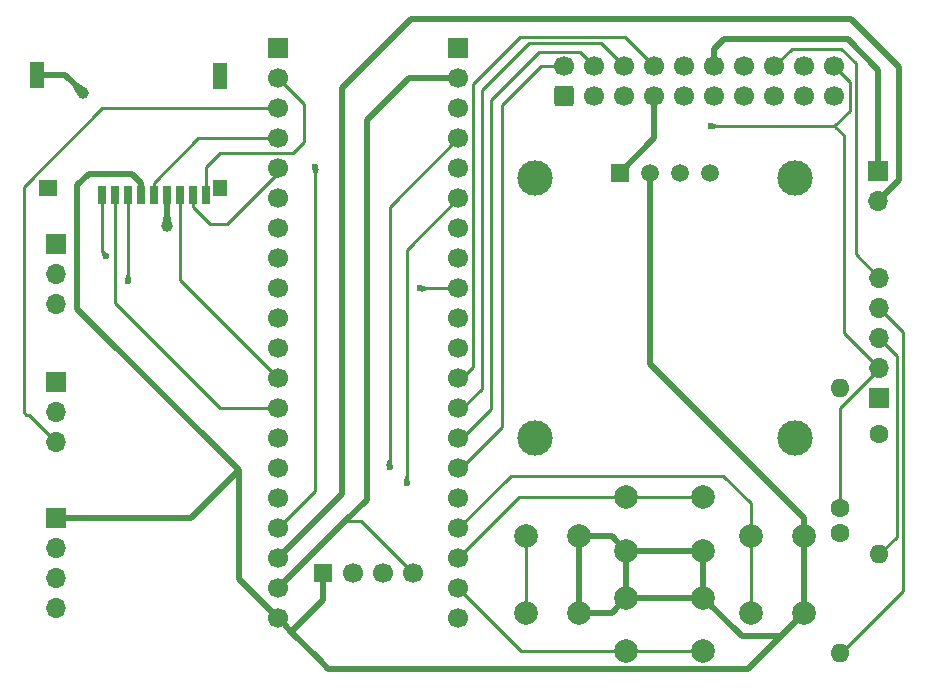
<source format=gbr>
%TF.GenerationSoftware,KiCad,Pcbnew,8.0.5*%
%TF.CreationDate,2024-10-08T11:28:01+02:00*%
%TF.ProjectId,sdiskII_stm32,73646973-6b49-4495-9f73-746d33322e6b,rev?*%
%TF.SameCoordinates,Original*%
%TF.FileFunction,Copper,L1,Top*%
%TF.FilePolarity,Positive*%
%FSLAX46Y46*%
G04 Gerber Fmt 4.6, Leading zero omitted, Abs format (unit mm)*
G04 Created by KiCad (PCBNEW 8.0.5) date 2024-10-08 11:28:01*
%MOMM*%
%LPD*%
G01*
G04 APERTURE LIST*
G04 Aperture macros list*
%AMRoundRect*
0 Rectangle with rounded corners*
0 $1 Rounding radius*
0 $2 $3 $4 $5 $6 $7 $8 $9 X,Y pos of 4 corners*
0 Add a 4 corners polygon primitive as box body*
4,1,4,$2,$3,$4,$5,$6,$7,$8,$9,$2,$3,0*
0 Add four circle primitives for the rounded corners*
1,1,$1+$1,$2,$3*
1,1,$1+$1,$4,$5*
1,1,$1+$1,$6,$7*
1,1,$1+$1,$8,$9*
0 Add four rect primitives between the rounded corners*
20,1,$1+$1,$2,$3,$4,$5,0*
20,1,$1+$1,$4,$5,$6,$7,0*
20,1,$1+$1,$6,$7,$8,$9,0*
20,1,$1+$1,$8,$9,$2,$3,0*%
G04 Aperture macros list end*
%TA.AperFunction,ComponentPad*%
%ADD10RoundRect,0.250000X0.600000X-0.600000X0.600000X0.600000X-0.600000X0.600000X-0.600000X-0.600000X0*%
%TD*%
%TA.AperFunction,ComponentPad*%
%ADD11C,1.700000*%
%TD*%
%TA.AperFunction,ComponentPad*%
%ADD12C,2.000000*%
%TD*%
%TA.AperFunction,ComponentPad*%
%ADD13C,1.600000*%
%TD*%
%TA.AperFunction,ComponentPad*%
%ADD14O,1.600000X1.600000*%
%TD*%
%TA.AperFunction,ComponentPad*%
%ADD15R,1.700000X1.700000*%
%TD*%
%TA.AperFunction,ComponentPad*%
%ADD16O,1.700000X1.700000*%
%TD*%
%TA.AperFunction,ComponentPad*%
%ADD17R,1.524000X1.524000*%
%TD*%
%TA.AperFunction,ComponentPad*%
%ADD18R,1.508000X1.508000*%
%TD*%
%TA.AperFunction,ComponentPad*%
%ADD19C,1.508000*%
%TD*%
%TA.AperFunction,ComponentPad*%
%ADD20C,3.000000*%
%TD*%
%TA.AperFunction,SMDPad,CuDef*%
%ADD21R,1.600000X1.400000*%
%TD*%
%TA.AperFunction,SMDPad,CuDef*%
%ADD22R,1.200000X2.200000*%
%TD*%
%TA.AperFunction,SMDPad,CuDef*%
%ADD23R,0.700000X1.600000*%
%TD*%
%TA.AperFunction,SMDPad,CuDef*%
%ADD24R,1.200000X1.400000*%
%TD*%
%TA.AperFunction,ViaPad*%
%ADD25C,1.000000*%
%TD*%
%TA.AperFunction,ViaPad*%
%ADD26C,0.600000*%
%TD*%
%TA.AperFunction,Conductor*%
%ADD27C,0.250000*%
%TD*%
%TA.AperFunction,Conductor*%
%ADD28C,0.500000*%
%TD*%
G04 APERTURE END LIST*
D10*
%TO.P,J2,1,Pin_1*%
%TO.N,GND*%
X178290000Y-92490000D03*
D11*
%TO.P,J2,2,Pin_2*%
%TO.N,STEP0*%
X178290000Y-89950000D03*
%TO.P,J2,3,Pin_3*%
%TO.N,GND*%
X180830000Y-92490000D03*
%TO.P,J2,4,Pin_4*%
%TO.N,STEP1*%
X180830000Y-89950000D03*
%TO.P,J2,5,Pin_5*%
%TO.N,GND*%
X183370000Y-92490000D03*
%TO.P,J2,6,Pin_6*%
%TO.N,STEP2*%
X183370000Y-89950000D03*
%TO.P,J2,7,Pin_7*%
%TO.N,GND*%
X185910000Y-92490000D03*
%TO.P,J2,8,Pin_8*%
%TO.N,STEP3*%
X185910000Y-89950000D03*
%TO.P,J2,9,Pin_9*%
%TO.N,unconnected-(J2-Pin_9-Pad9)*%
X188450000Y-92490000D03*
%TO.P,J2,10,Pin_10*%
%TO.N,WR_REQ*%
X188450000Y-89950000D03*
%TO.P,J2,11,Pin_11*%
%TO.N,unconnected-(J2-Pin_11-Pad11)*%
X190990000Y-92490000D03*
%TO.P,J2,12,Pin_12*%
%TO.N,VCC*%
X190990000Y-89950000D03*
%TO.P,J2,13,Pin_13*%
%TO.N,unconnected-(J2-Pin_13-Pad13)*%
X193530000Y-92490000D03*
%TO.P,J2,14,Pin_14*%
%TO.N,DEVICE_ENABLE*%
X193530000Y-89950000D03*
%TO.P,J2,15,Pin_15*%
%TO.N,unconnected-(J2-Pin_15-Pad15)*%
X196070000Y-92490000D03*
%TO.P,J2,16,Pin_16*%
%TO.N,RD_DATA*%
X196070000Y-89950000D03*
%TO.P,J2,17,Pin_17*%
%TO.N,unconnected-(J2-Pin_17-Pad17)*%
X198610000Y-92490000D03*
%TO.P,J2,18,Pin_18*%
%TO.N,WR_DATA*%
X198610000Y-89950000D03*
%TO.P,J2,19,Pin_19*%
%TO.N,unconnected-(J2-Pin_19-Pad19)*%
X201150000Y-92490000D03*
%TO.P,J2,20,Pin_20*%
%TO.N,WR_PROTECT*%
X201150000Y-89950000D03*
%TD*%
D12*
%TO.P,UP1,1,1*%
%TO.N,+3.3V*%
X190040000Y-130950000D03*
X183540000Y-130950000D03*
%TO.P,UP1,2,2*%
%TO.N,BTN_UP*%
X190040000Y-126450000D03*
X183540000Y-126450000D03*
%TD*%
D13*
%TO.P,R1,1*%
%TO.N,WR_PROTECT*%
X201600000Y-127330000D03*
D14*
%TO.P,R1,2*%
%TO.N,VCC*%
X201600000Y-117170000D03*
%TD*%
D15*
%TO.P,J5,1,Pin_1*%
%TO.N,TIM2_CH3*%
X135240000Y-116670000D03*
D16*
%TO.P,J5,2,Pin_2*%
%TO.N,TIM3_CH4*%
X135240000Y-119210000D03*
%TO.P,J5,3,Pin_3*%
%TO.N,DEBUG*%
X135240000Y-121750000D03*
%TD*%
D15*
%TO.P,J4,1,Pin_1*%
%TO.N,USART1_TX*%
X135240000Y-104975000D03*
D16*
%TO.P,J4,2,Pin_2*%
%TO.N,USART1_RX*%
X135240000Y-107515000D03*
%TO.P,J4,3,Pin_3*%
%TO.N,GND*%
X135240000Y-110055000D03*
%TD*%
D15*
%TO.P,\u03BCC1,1,B12*%
%TO.N,BTN_RET*%
X154050000Y-88440000D03*
D11*
%TO.P,\u03BCC1,2,B13*%
%TO.N,SD_EJECT*%
X154050000Y-90980000D03*
%TO.P,\u03BCC1,3,B14*%
%TO.N,DEBUG*%
X154050000Y-93520000D03*
%TO.P,\u03BCC1,4,B15*%
%TO.N,SDIO_CK*%
X154050000Y-96060000D03*
%TO.P,\u03BCC1,5,A8*%
%TO.N,SDIO_D1*%
X154050000Y-98600000D03*
%TO.P,\u03BCC1,6,A9*%
%TO.N,SDIO_D2*%
X154050000Y-101140000D03*
%TO.P,\u03BCC1,7,A10*%
%TO.N,unconnected-(\u03BCC1-A10-Pad7)*%
X154050000Y-103680000D03*
%TO.P,\u03BCC1,8,A11*%
%TO.N,unconnected-(\u03BCC1-A11-Pad8)*%
X154050000Y-106220000D03*
%TO.P,\u03BCC1,9,A12*%
%TO.N,unconnected-(\u03BCC1-A12-Pad9)*%
X154050000Y-108760000D03*
%TO.P,\u03BCC1,10,A15*%
%TO.N,USART1_TX*%
X154050000Y-111300000D03*
%TO.P,\u03BCC1,11,B3*%
%TO.N,USART1_RX*%
X154050000Y-113840000D03*
%TO.P,\u03BCC1,12,B4*%
%TO.N,SDIO_DO*%
X154050000Y-116380000D03*
%TO.P,\u03BCC1,13,B5*%
%TO.N,SDIO_D3*%
X154050000Y-118920000D03*
%TO.P,\u03BCC1,14,B6*%
%TO.N,I2C_SCL*%
X154050000Y-121460000D03*
%TO.P,\u03BCC1,15,B7*%
%TO.N,I2C_SDA*%
X154050000Y-124000000D03*
%TO.P,\u03BCC1,16,B8*%
%TO.N,unconnected-(\u03BCC1-B8-Pad16)*%
X154050000Y-126540000D03*
%TO.P,\u03BCC1,17,B9*%
%TO.N,WR_REQ*%
X154050000Y-129080000D03*
%TO.P,\u03BCC1,18,5Vi*%
%TO.N,PWR_IN*%
X154050000Y-131620000D03*
%TO.P,\u03BCC1,19,GNDi*%
%TO.N,GND*%
X154050000Y-134160000D03*
%TO.P,\u03BCC1,20,3.3i*%
%TO.N,+3.3V*%
X154050000Y-136700000D03*
%TO.P,\u03BCC1,21,VB*%
%TO.N,unconnected-(\u03BCC1-VB-Pad21)*%
X169290000Y-136700000D03*
%TO.P,\u03BCC1,22,C13*%
%TO.N,BTN_DOWN*%
X169290000Y-134160000D03*
%TO.P,\u03BCC1,23,C14*%
%TO.N,BTN_UP*%
X169290000Y-131620000D03*
%TO.P,\u03BCC1,24,C15*%
%TO.N,BTN_ENTR*%
X169290000Y-129080000D03*
%TO.P,\u03BCC1,25,R*%
%TO.N,unconnected-(\u03BCC1-R-Pad25)*%
X169290000Y-126540000D03*
%TO.P,\u03BCC1,26,A0*%
%TO.N,STEP0*%
X169290000Y-124000000D03*
%TO.P,\u03BCC1,27,A1*%
%TO.N,STEP1*%
X169290000Y-121460000D03*
%TO.P,\u03BCC1,28,A2*%
%TO.N,STEP2*%
X169290000Y-118920000D03*
%TO.P,\u03BCC1,29,A3*%
%TO.N,STEP3*%
X169290000Y-116380000D03*
%TO.P,\u03BCC1,30,A4*%
%TO.N,DEVICE_ENABLE*%
X169290000Y-113840000D03*
%TO.P,\u03BCC1,31,A5*%
%TO.N,WR_DATA*%
X169290000Y-111300000D03*
%TO.P,\u03BCC1,32,A6*%
%TO.N,SDIO_CMD*%
X169290000Y-108760000D03*
%TO.P,\u03BCC1,33,A7*%
%TO.N,WR_DATA*%
X169290000Y-106220000D03*
%TO.P,\u03BCC1,34,B0*%
%TO.N,RD_DATA*%
X169290000Y-103680000D03*
%TO.P,\u03BCC1,35,B1*%
%TO.N,TIM3_CH4*%
X169290000Y-101140000D03*
%TO.P,\u03BCC1,36,B2*%
%TO.N,WR_PROTECT*%
X169290000Y-98600000D03*
%TO.P,\u03BCC1,37,B10*%
%TO.N,TIM2_CH3*%
X169290000Y-96060000D03*
%TO.P,\u03BCC1,38,3.3ii*%
%TO.N,unconnected-(\u03BCC1-3.3ii-Pad38)*%
X169290000Y-93520000D03*
%TO.P,\u03BCC1,39,GNDii*%
%TO.N,GND*%
X169290000Y-90980000D03*
D15*
%TO.P,\u03BCC1,40,5Vii*%
%TO.N,unconnected-(\u03BCC1-5Vii-Pad40)*%
X169290000Y-88440000D03*
D17*
%TO.P,\u03BCC1,41,3.3V*%
%TO.N,+3.3V*%
X157860000Y-132890000D03*
D11*
%TO.P,\u03BCC1,42,SDIO*%
%TO.N,SDIO*%
X160400000Y-132890000D03*
%TO.P,\u03BCC1,43,SCK*%
%TO.N,SCK*%
X162940000Y-132890000D03*
%TO.P,\u03BCC1,44,GND*%
%TO.N,GND*%
X165480000Y-132890000D03*
%TD*%
D15*
%TO.P,J1,1,Pin_1*%
%TO.N,VCC*%
X204840000Y-98810000D03*
D16*
%TO.P,J1,2,Pin_2*%
%TO.N,PWR_IN*%
X204840000Y-101350000D03*
%TD*%
D12*
%TO.P,ENTR1,1,1*%
%TO.N,+3.3V*%
X198540000Y-129700000D03*
X198540000Y-136200000D03*
%TO.P,ENTR1,2,2*%
%TO.N,BTN_ENTR*%
X194040000Y-129700000D03*
X194040000Y-136200000D03*
%TD*%
D15*
%TO.P,J6,1,Pin_1*%
%TO.N,+3.3V*%
X135240000Y-128180000D03*
D16*
%TO.P,J6,2,Pin_2*%
%TO.N,SDIO*%
X135240000Y-130720000D03*
%TO.P,J6,3,Pin_3*%
%TO.N,SCK*%
X135240000Y-133260000D03*
%TO.P,J6,4,Pin_4*%
%TO.N,GND*%
X135240000Y-135800000D03*
%TD*%
D13*
%TO.P,R3,1*%
%TO.N,VCC*%
X204950000Y-121120000D03*
D14*
%TO.P,R3,2*%
%TO.N,DEVICE_ENABLE*%
X204950000Y-131280000D03*
%TD*%
D18*
%TO.P,U8,1,GND*%
%TO.N,GND*%
X182980000Y-98950000D03*
D19*
%TO.P,U8,2,VCC_IN*%
%TO.N,+3.3V*%
X185520000Y-98950000D03*
%TO.P,U8,3,SCL*%
%TO.N,I2C_SCL*%
X188060000Y-98950000D03*
%TO.P,U8,4,SDA*%
%TO.N,I2C_SDA*%
X190600000Y-98950000D03*
D20*
%TO.P,U8,S1*%
%TO.N,N/C*%
X175790000Y-99450000D03*
%TO.P,U8,S2*%
X197790000Y-99450000D03*
%TO.P,U8,S3*%
X197790000Y-121450000D03*
%TO.P,U8,S4*%
X175790000Y-121450000D03*
%TD*%
D21*
%TO.P,U2,*%
%TO.N,*%
X134540000Y-100250000D03*
D22*
X149140000Y-90750000D03*
D23*
%TO.P,U2,1,D2*%
%TO.N,SDIO_D2*%
X139140000Y-100850000D03*
%TO.P,U2,2,D3*%
%TO.N,SDIO_D3*%
X140240000Y-100850000D03*
%TO.P,U2,3,CMD*%
%TO.N,SDIO_CMD*%
X141340000Y-100850000D03*
%TO.P,U2,4,VDD*%
%TO.N,+3.3V*%
X142440000Y-100850000D03*
%TO.P,U2,5,SCLK*%
%TO.N,SDIO_CK*%
X143540000Y-100850000D03*
%TO.P,U2,6,GND*%
%TO.N,GND*%
X144640000Y-100850000D03*
%TO.P,U2,7,DO*%
%TO.N,SDIO_DO*%
X145740000Y-100850000D03*
%TO.P,U2,8,D1*%
%TO.N,SDIO_D1*%
X146840000Y-100850000D03*
%TO.P,U2,9,CD*%
%TO.N,SD_EJECT*%
X147940000Y-100850000D03*
D24*
%TO.P,U2,10,GND*%
%TO.N,GND*%
X149140000Y-100250000D03*
D22*
%TO.P,U2,~*%
X133640000Y-90650000D03*
%TD*%
D13*
%TO.P,R2,1*%
%TO.N,VCC*%
X201600000Y-129500000D03*
D14*
%TO.P,R2,2*%
%TO.N,WR_REQ*%
X201600000Y-139660000D03*
%TD*%
D15*
%TO.P,J3,1,Pin_1*%
%TO.N,WR_DATA*%
X204940000Y-118030000D03*
D16*
%TO.P,J3,2,Pin_2*%
%TO.N,WR_PROTECT*%
X204940000Y-115490000D03*
%TO.P,J3,3,Pin_3*%
%TO.N,DEVICE_ENABLE*%
X204940000Y-112950000D03*
%TO.P,J3,4,Pin_4*%
%TO.N,WR_REQ*%
X204940000Y-110410000D03*
%TO.P,J3,5,Pin_5*%
%TO.N,RD_DATA*%
X204940000Y-107870000D03*
%TD*%
D12*
%TO.P,RET1,1,1*%
%TO.N,+3.3V*%
X179540000Y-129700000D03*
X179540000Y-136200000D03*
%TO.P,RET1,2,2*%
%TO.N,BTN_RET*%
X175040000Y-129700000D03*
X175040000Y-136200000D03*
%TD*%
%TO.P,DOWN1,1,1*%
%TO.N,+3.3V*%
X183540000Y-134950000D03*
X190040000Y-134950000D03*
%TO.P,DOWN1,2,2*%
%TO.N,BTN_DOWN*%
X183540000Y-139450000D03*
X190040000Y-139450000D03*
%TD*%
D25*
%TO.N,GND*%
X144640000Y-103500000D03*
X137540000Y-92250000D03*
D26*
%TO.N,WR_REQ*%
X157190000Y-98500000D03*
%TO.N,WR_PROTECT*%
X190690000Y-95025000D03*
%TO.N,SDIO_CMD*%
X141340000Y-108100000D03*
X166040000Y-108760000D03*
%TO.N,SDIO_D2*%
X139490000Y-106050000D03*
%TO.N,TIM3_CH4*%
X164940000Y-125250000D03*
%TO.N,TIM2_CH3*%
X163490000Y-123900000D03*
%TD*%
D27*
%TO.N,GND*%
X161075000Y-128485000D02*
X159725000Y-128485000D01*
D28*
X161540000Y-94526341D02*
X161540000Y-126670000D01*
D27*
X137540000Y-92250000D02*
X137540000Y-92150000D01*
D28*
X165116341Y-90950000D02*
X161540000Y-94526341D01*
X159725000Y-128485000D02*
X154050000Y-134160000D01*
X137540000Y-92150000D02*
X136040000Y-90650000D01*
X144640000Y-103500000D02*
X144640000Y-100850000D01*
D27*
X165480000Y-132890000D02*
X161075000Y-128485000D01*
D28*
X185910000Y-92490000D02*
X185910000Y-96020000D01*
X168659000Y-90980000D02*
X168659000Y-90950000D01*
X165116341Y-90950000D02*
X165146341Y-90980000D01*
X136040000Y-90650000D02*
X133640000Y-90650000D01*
X185910000Y-96020000D02*
X182980000Y-98950000D01*
X161540000Y-126670000D02*
X159725000Y-128485000D01*
X165146341Y-90980000D02*
X169290000Y-90980000D01*
%TO.N,VCC*%
X190990000Y-89950000D02*
X190990000Y-88500000D01*
X202270000Y-87680000D02*
X204840000Y-90250000D01*
X191810000Y-87680000D02*
X202270000Y-87680000D01*
X204840000Y-90250000D02*
X204840000Y-98810000D01*
X190990000Y-88500000D02*
X191810000Y-87680000D01*
D27*
%TO.N,STEP2*%
X175290000Y-87950000D02*
X175040000Y-88200000D01*
X171290000Y-117250000D02*
X169620000Y-118920000D01*
X181370000Y-87950000D02*
X175290000Y-87950000D01*
X175040000Y-88200000D02*
X171290000Y-91950000D01*
X171290000Y-91950000D02*
X171290000Y-117250000D01*
X183370000Y-89950000D02*
X181370000Y-87950000D01*
%TO.N,WR_REQ*%
X206950000Y-112420000D02*
X206950000Y-134410000D01*
X157190000Y-125940000D02*
X154050000Y-129080000D01*
X157190000Y-98500000D02*
X157190000Y-125940000D01*
X206950000Y-134410000D02*
X201650000Y-139710000D01*
X204940000Y-110410000D02*
X206950000Y-112420000D01*
%TO.N,STEP3*%
X170540000Y-91450000D02*
X170540000Y-115415000D01*
X183410000Y-87450000D02*
X174540000Y-87450000D01*
X170540000Y-115415000D02*
X169575000Y-116380000D01*
X174540000Y-87450000D02*
X170540000Y-91450000D01*
X185910000Y-89950000D02*
X183410000Y-87450000D01*
%TO.N,STEP0*%
X173040000Y-93200000D02*
X173040000Y-120500000D01*
X176290000Y-89950000D02*
X173040000Y-93200000D01*
X173040000Y-120500000D02*
X169540000Y-124000000D01*
X178290000Y-89950000D02*
X176290000Y-89950000D01*
%TO.N,STEP1*%
X176165000Y-88700000D02*
X175865000Y-89000000D01*
X175865000Y-89000000D02*
X172040000Y-92825000D01*
X172040000Y-92825000D02*
X172040000Y-119000000D01*
X179580000Y-88700000D02*
X176165000Y-88700000D01*
X180830000Y-89950000D02*
X179580000Y-88700000D01*
X172040000Y-119000000D02*
X169580000Y-121460000D01*
%TO.N,WR_PROTECT*%
X201650000Y-118870000D02*
X204940000Y-115580000D01*
X201115000Y-95025000D02*
X190690000Y-95025000D01*
X201190000Y-94950000D02*
X201115000Y-95025000D01*
X201940000Y-95800000D02*
X201190000Y-95050000D01*
X204940000Y-115580000D02*
X204940000Y-115490000D01*
X202440000Y-91240000D02*
X202440000Y-93700000D01*
X202440000Y-93700000D02*
X201190000Y-94950000D01*
X201650000Y-127300000D02*
X201650000Y-118870000D01*
X201190000Y-95050000D02*
X201190000Y-94950000D01*
X201940000Y-112490000D02*
X204940000Y-115490000D01*
X201150000Y-89950000D02*
X202440000Y-91240000D01*
X201940000Y-95800000D02*
X201940000Y-112490000D01*
%TO.N,BTN_DOWN*%
X183540000Y-139450000D02*
X190040000Y-139450000D01*
X174580000Y-139450000D02*
X169290000Y-134160000D01*
X183540000Y-139450000D02*
X174580000Y-139450000D01*
%TO.N,BTN_ENTR*%
X191740213Y-124650213D02*
X173719787Y-124650213D01*
X173719787Y-124650213D02*
X169290000Y-129080000D01*
X194040000Y-126950000D02*
X191740213Y-124650213D01*
X194040000Y-129700000D02*
X194040000Y-136200000D01*
X194040000Y-129700000D02*
X194040000Y-126950000D01*
%TO.N,BTN_RET*%
X175040000Y-136200000D02*
X175040000Y-129700000D01*
%TO.N,BTN_UP*%
X190040000Y-126450000D02*
X183540000Y-126450000D01*
X183540000Y-126450000D02*
X174460000Y-126450000D01*
X174460000Y-126450000D02*
X169290000Y-131620000D01*
D28*
%TO.N,+3.3V*%
X190040000Y-134950000D02*
X190040000Y-130950000D01*
X142440000Y-100850000D02*
X142440000Y-99800000D01*
X183540000Y-130950000D02*
X182290000Y-129700000D01*
X185520000Y-115180000D02*
X198540000Y-128200000D01*
X190040000Y-130950000D02*
X183540000Y-130950000D01*
X157860000Y-132890000D02*
X157860000Y-135130000D01*
X137040000Y-100000000D02*
X137040000Y-110500000D01*
X137990000Y-99050000D02*
X137040000Y-100000000D01*
X155170000Y-137820000D02*
X154602250Y-137252250D01*
X185520000Y-98950000D02*
X185520000Y-115180000D01*
X141690000Y-99050000D02*
X137990000Y-99050000D01*
X198540000Y-136200000D02*
X193790000Y-140950000D01*
X157860000Y-135130000D02*
X155170000Y-137820000D01*
X183540000Y-134950000D02*
X190040000Y-134950000D01*
X179540000Y-136200000D02*
X179540000Y-129700000D01*
X157590000Y-140240000D02*
X155170000Y-137820000D01*
X135190000Y-128180000D02*
X146660000Y-128180000D01*
X196540000Y-138200000D02*
X193290000Y-138200000D01*
X198540000Y-129700000D02*
X198540000Y-136200000D01*
X182290000Y-136200000D02*
X183540000Y-134950000D01*
X179540000Y-136200000D02*
X182290000Y-136200000D01*
X158300000Y-140950000D02*
X157590000Y-140240000D01*
X146660000Y-128180000D02*
X150690000Y-124150000D01*
X150690000Y-133340000D02*
X154050000Y-136700000D01*
X137040000Y-110500000D02*
X150690000Y-124150000D01*
X182290000Y-129700000D02*
X179540000Y-129700000D01*
X150690000Y-124150000D02*
X150690000Y-133340000D01*
X193790000Y-140950000D02*
X158300000Y-140950000D01*
X142440000Y-99800000D02*
X141690000Y-99050000D01*
X193290000Y-138200000D02*
X190040000Y-134950000D01*
X198540000Y-128200000D02*
X198540000Y-129700000D01*
X183540000Y-134950000D02*
X183540000Y-130950000D01*
D27*
%TO.N,RD_DATA*%
X196070000Y-89950000D02*
X197520000Y-88500000D01*
X202940000Y-89700000D02*
X202940000Y-105870000D01*
X197520000Y-88500000D02*
X201740000Y-88500000D01*
X201740000Y-88500000D02*
X202940000Y-89700000D01*
X202940000Y-105870000D02*
X204940000Y-107870000D01*
%TO.N,SDIO_DO*%
X145740000Y-100850000D02*
X145740000Y-108070000D01*
X145740000Y-108070000D02*
X154050000Y-116380000D01*
%TO.N,SD_EJECT*%
X156240000Y-93170000D02*
X154050000Y-90980000D01*
X147940000Y-100850000D02*
X147940000Y-98500000D01*
X147940000Y-98500000D02*
X149155000Y-97285000D01*
X156240000Y-96350000D02*
X156240000Y-93170000D01*
X149155000Y-97285000D02*
X155305000Y-97285000D01*
X155305000Y-97285000D02*
X156240000Y-96350000D01*
X147940000Y-100850000D02*
X147940000Y-101300000D01*
%TO.N,SDIO_CK*%
X143540000Y-100850000D02*
X143540000Y-99800000D01*
X143540000Y-99800000D02*
X147280000Y-96060000D01*
X147280000Y-96060000D02*
X154050000Y-96060000D01*
%TO.N,SDIO_D1*%
X146840000Y-100850000D02*
X146840000Y-101900000D01*
X154050000Y-98990000D02*
X154050000Y-98600000D01*
X146840000Y-101900000D02*
X148240000Y-103300000D01*
X149740000Y-103300000D02*
X154050000Y-98990000D01*
X148240000Y-103300000D02*
X149740000Y-103300000D01*
D28*
%TO.N,PWR_IN*%
X206640000Y-90050000D02*
X206640000Y-99550000D01*
X159450000Y-91790000D02*
X165290000Y-85950000D01*
X154050000Y-131620000D02*
X154050000Y-131590000D01*
X165290000Y-85950000D02*
X202540000Y-85950000D01*
X206640000Y-99550000D02*
X204840000Y-101350000D01*
X159450000Y-126190000D02*
X159450000Y-91790000D01*
X154050000Y-131590000D02*
X159450000Y-126190000D01*
X202540000Y-85950000D02*
X206640000Y-90050000D01*
D27*
%TO.N,SDIO_CMD*%
X169290000Y-108760000D02*
X166040000Y-108760000D01*
X141340000Y-108100000D02*
X141340000Y-100850000D01*
%TO.N,SDIO_D2*%
X139140000Y-105700000D02*
X139140000Y-100850000D01*
X139490000Y-106050000D02*
X139140000Y-105700000D01*
%TO.N,SDIO_D3*%
X140240000Y-100850000D02*
X140240000Y-110000000D01*
X140240000Y-110000000D02*
X149160000Y-118920000D01*
X149160000Y-118920000D02*
X154050000Y-118920000D01*
%TO.N,DEBUG*%
X132740000Y-119450000D02*
X132940000Y-119450000D01*
X132490000Y-100150000D02*
X132490000Y-119200000D01*
X154050000Y-93520000D02*
X139120000Y-93520000D01*
X139120000Y-93520000D02*
X132490000Y-100150000D01*
X132490000Y-119200000D02*
X132740000Y-119450000D01*
X132940000Y-119450000D02*
X135240000Y-121750000D01*
%TO.N,TIM3_CH4*%
X164940000Y-105490000D02*
X164940000Y-125250000D01*
X169290000Y-101140000D02*
X164940000Y-105490000D01*
%TO.N,DEVICE_ENABLE*%
X204950000Y-131280000D02*
X206450000Y-129780000D01*
X206450000Y-114460000D02*
X204940000Y-112950000D01*
X206450000Y-129780000D02*
X206450000Y-114460000D01*
%TO.N,TIM2_CH3*%
X163490000Y-101860000D02*
X163490000Y-123900000D01*
X169290000Y-96060000D02*
X163490000Y-101860000D01*
%TD*%
%TA.AperFunction,Conductor*%
%TO.N,TIM3_CH4*%
G36*
X165064680Y-124653427D02*
G01*
X165067571Y-124658199D01*
X165213970Y-125125012D01*
X165213176Y-125133931D01*
X165207317Y-125139309D01*
X164944511Y-125249115D01*
X164935556Y-125249142D01*
X164935489Y-125249115D01*
X164672682Y-125139309D01*
X164666370Y-125132957D01*
X164666029Y-125125013D01*
X164812429Y-124658199D01*
X164818175Y-124651330D01*
X164823593Y-124650000D01*
X165056407Y-124650000D01*
X165064680Y-124653427D01*
G37*
%TD.AperFunction*%
%TD*%
%TA.AperFunction,Conductor*%
%TO.N,GND*%
G36*
X144889244Y-102503427D02*
G01*
X144892289Y-102508734D01*
X145099357Y-103298806D01*
X145098139Y-103307677D01*
X145092536Y-103312573D01*
X144644497Y-103499127D01*
X144635543Y-103499144D01*
X144635503Y-103499127D01*
X144187463Y-103312573D01*
X144181142Y-103306229D01*
X144180642Y-103298806D01*
X144387711Y-102508734D01*
X144393124Y-102501600D01*
X144399029Y-102500000D01*
X144880971Y-102500000D01*
X144889244Y-102503427D01*
G37*
%TD.AperFunction*%
%TD*%
%TA.AperFunction,Conductor*%
%TO.N,WR_REQ*%
G36*
X157457318Y-98610691D02*
G01*
X157463629Y-98617042D01*
X157463970Y-98624987D01*
X157317571Y-99091801D01*
X157311825Y-99098670D01*
X157306407Y-99100000D01*
X157073593Y-99100000D01*
X157065320Y-99096573D01*
X157062429Y-99091801D01*
X156916029Y-98624987D01*
X156916823Y-98616068D01*
X156922679Y-98610692D01*
X157185490Y-98500883D01*
X157194444Y-98500857D01*
X157457318Y-98610691D01*
G37*
%TD.AperFunction*%
%TD*%
%TA.AperFunction,Conductor*%
%TO.N,SDIO_CMD*%
G36*
X166631802Y-108632429D02*
G01*
X166638670Y-108638174D01*
X166640000Y-108643592D01*
X166640000Y-108876407D01*
X166636573Y-108884680D01*
X166631801Y-108887571D01*
X166164987Y-109033970D01*
X166156068Y-109033176D01*
X166150691Y-109027318D01*
X166040883Y-108764509D01*
X166040857Y-108755556D01*
X166040862Y-108755542D01*
X166150691Y-108492680D01*
X166157042Y-108486370D01*
X166164986Y-108486029D01*
X166631802Y-108632429D01*
G37*
%TD.AperFunction*%
%TD*%
%TA.AperFunction,Conductor*%
%TO.N,GND*%
G36*
X137077643Y-91331619D02*
G01*
X137882048Y-91888482D01*
X137886900Y-91896009D01*
X137885009Y-91904761D01*
X137883679Y-91906359D01*
X137542365Y-92249042D01*
X137538532Y-92251603D01*
X137088320Y-92437114D01*
X137079366Y-92437097D01*
X137073296Y-92431318D01*
X136719604Y-91687071D01*
X136719149Y-91678130D01*
X136721897Y-91673780D01*
X137062712Y-91332965D01*
X137070984Y-91329539D01*
X137077643Y-91331619D01*
G37*
%TD.AperFunction*%
%TD*%
%TA.AperFunction,Conductor*%
%TO.N,SDIO_CMD*%
G36*
X141464680Y-107503427D02*
G01*
X141467571Y-107508199D01*
X141613970Y-107975012D01*
X141613176Y-107983931D01*
X141607317Y-107989309D01*
X141344511Y-108099115D01*
X141335556Y-108099142D01*
X141335489Y-108099115D01*
X141072682Y-107989309D01*
X141066370Y-107982957D01*
X141066029Y-107975013D01*
X141212429Y-107508199D01*
X141218175Y-107501330D01*
X141223593Y-107500000D01*
X141456407Y-107500000D01*
X141464680Y-107503427D01*
G37*
%TD.AperFunction*%
%TD*%
%TA.AperFunction,Conductor*%
%TO.N,WR_PROTECT*%
G36*
X191281802Y-94897429D02*
G01*
X191288670Y-94903174D01*
X191290000Y-94908592D01*
X191290000Y-95141407D01*
X191286573Y-95149680D01*
X191281801Y-95152571D01*
X190814987Y-95298970D01*
X190806068Y-95298176D01*
X190800691Y-95292318D01*
X190690883Y-95029509D01*
X190690857Y-95020556D01*
X190690862Y-95020542D01*
X190800691Y-94757680D01*
X190807042Y-94751370D01*
X190814986Y-94751029D01*
X191281802Y-94897429D01*
G37*
%TD.AperFunction*%
%TD*%
%TA.AperFunction,Conductor*%
%TO.N,SDIO_D2*%
G36*
X139267548Y-105596307D02*
G01*
X139595341Y-105767882D01*
X139601080Y-105774754D01*
X139600729Y-105782711D01*
X139491860Y-106046493D01*
X139485536Y-106052833D01*
X139485489Y-106052852D01*
X139224276Y-106160107D01*
X139215321Y-106160080D01*
X139209009Y-106153728D01*
X139208785Y-106153136D01*
X139020394Y-105610510D01*
X139020918Y-105601572D01*
X139027610Y-105595621D01*
X139031447Y-105594974D01*
X139262123Y-105594974D01*
X139267548Y-105596307D01*
G37*
%TD.AperFunction*%
%TD*%
%TA.AperFunction,Conductor*%
%TO.N,TIM2_CH3*%
G36*
X163614680Y-123303427D02*
G01*
X163617571Y-123308199D01*
X163763970Y-123775012D01*
X163763176Y-123783931D01*
X163757317Y-123789309D01*
X163494511Y-123899115D01*
X163485556Y-123899142D01*
X163485489Y-123899115D01*
X163222682Y-123789309D01*
X163216370Y-123782957D01*
X163216029Y-123775013D01*
X163362429Y-123308199D01*
X163368175Y-123301330D01*
X163373593Y-123300000D01*
X163606407Y-123300000D01*
X163614680Y-123303427D01*
G37*
%TD.AperFunction*%
%TD*%
M02*

</source>
